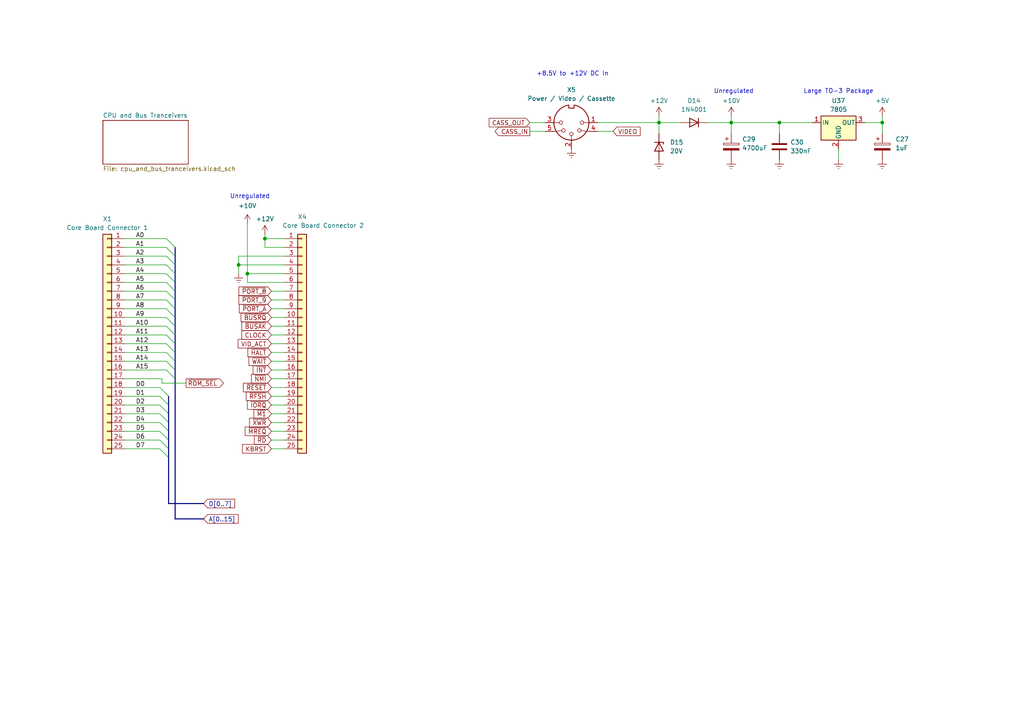
<source format=kicad_sch>
(kicad_sch (version 20230121) (generator eeschema)
  (paper "A4")
  (title_block (title "Microbee Kit") (date "1982") (rev "1"))
  (lib_symbols
    (symbol "Connector:DIN-5_180degree" (pin_names (offset 1.016))
      (property "Reference" "J" (at 3.175 5.715 0))
      (property "Value" "DIN-5_180degree" (at 0 -6.35 0))
      (symbol "DIN-5_180degree_0_1"
        (arc (start -5.08 0) (mid -3.8609 -3.3364) (end -0.762 -5.08) (stroke (width 0.254)))
        (circle (center -3.048 0) (radius 0.508))
        (circle (center -2.286 2.286) (radius 0.508))
        (polyline (pts (xy -5.08 0) (xy -3.556 0)))
        (polyline (pts (xy 0 5.08) (xy 0 3.81)))
        (polyline (pts (xy 5.08 0) (xy 3.556 0)))
        (polyline (pts (xy -5.08 2.54) (xy -4.318 2.54) (xy -2.794 2.286)))
        (polyline (pts (xy 5.08 2.54) (xy 4.318 2.54) (xy 2.794 2.286)))
        (polyline (pts (xy -0.762 -4.953) (xy -0.762 -4.191) (xy 0.762 -4.191) (xy 0.762 -4.953)) (stroke (width 0.254)))
        (circle (center 0 3.302) (radius 0.508))
        (arc (start 0.762 -5.08) (mid 3.8685 -3.343) (end 5.08 0) (stroke (width 0.254)))
        (circle (center 2.286 2.286) (radius 0.508))
        (circle (center 3.048 0) (radius 0.508))
        (arc (start 5.08 0) (mid 0 5.0579) (end -5.08 0) (stroke (width 0.254)))
      )
      (symbol "DIN-5_180degree_1_1"
        (pin passive line (at -7.62 0 0) (length 2.54) (name "~") (number "1"))
        (pin passive line (at 0 7.62 270) (length 2.54) (name "~") (number "2"))
        (pin passive line (at 7.62 0 180) (length 2.54) (name "~") (number "3"))
        (pin passive line (at -7.62 2.54 0) (length 2.54) (name "~") (number "4"))
        (pin passive line (at 7.62 2.54 180) (length 2.54) (name "~") (number "5"))
      )
    )
    (symbol "Connector_Generic:Conn_01x25" (pin_names (offset 1.016) hide)
      (property "Reference" "J" (at 0 33.02 0))
      (property "Value" "Conn_01x25" (at 0 -33.02 0))
      (symbol "Conn_01x25_1_1"
        (rectangle (start -1.27 -30.353) (end 0 -30.607) (stroke (width 0.1524)))
        (rectangle (start -1.27 -27.813) (end 0 -28.067) (stroke (width 0.1524)))
        (rectangle (start -1.27 -25.273) (end 0 -25.527) (stroke (width 0.1524)))
        (rectangle (start -1.27 -22.733) (end 0 -22.987) (stroke (width 0.1524)))
        (rectangle (start -1.27 -20.193) (end 0 -20.447) (stroke (width 0.1524)))
        (rectangle (start -1.27 -17.653) (end 0 -17.907) (stroke (width 0.1524)))
        (rectangle (start -1.27 -15.113) (end 0 -15.367) (stroke (width 0.1524)))
        (rectangle (start -1.27 -12.573) (end 0 -12.827) (stroke (width 0.1524)))
        (rectangle (start -1.27 -10.033) (end 0 -10.287) (stroke (width 0.1524)))
        (rectangle (start -1.27 -7.493) (end 0 -7.747) (stroke (width 0.1524)))
        (rectangle (start -1.27 -4.953) (end 0 -5.207) (stroke (width 0.1524)))
        (rectangle (start -1.27 -2.413) (end 0 -2.667) (stroke (width 0.1524)))
        (rectangle (start -1.27 0.127) (end 0 -0.127) (stroke (width 0.1524)))
        (rectangle (start -1.27 2.667) (end 0 2.413) (stroke (width 0.1524)))
        (rectangle (start -1.27 5.207) (end 0 4.953) (stroke (width 0.1524)))
        (rectangle (start -1.27 7.747) (end 0 7.493) (stroke (width 0.1524)))
        (rectangle (start -1.27 10.287) (end 0 10.033) (stroke (width 0.1524)))
        (rectangle (start -1.27 12.827) (end 0 12.573) (stroke (width 0.1524)))
        (rectangle (start -1.27 15.367) (end 0 15.113) (stroke (width 0.1524)))
        (rectangle (start -1.27 17.907) (end 0 17.653) (stroke (width 0.1524)))
        (rectangle (start -1.27 20.447) (end 0 20.193) (stroke (width 0.1524)))
        (rectangle (start -1.27 22.987) (end 0 22.733) (stroke (width 0.1524)))
        (rectangle (start -1.27 25.527) (end 0 25.273) (stroke (width 0.1524)))
        (rectangle (start -1.27 28.067) (end 0 27.813) (stroke (width 0.1524)))
        (rectangle (start -1.27 30.607) (end 0 30.353) (stroke (width 0.1524)))
        (rectangle (start -1.27 31.75) (end 1.27 -31.75) (stroke (width 0.254)) (fill (type background)))
        (pin passive line (at -5.08 30.48 0) (length 3.81) (name "Pin_1") (number "1"))
        (pin passive line (at -5.08 7.62 0) (length 3.81) (name "Pin_10") (number "10"))
        (pin passive line (at -5.08 5.08 0) (length 3.81) (name "Pin_11") (number "11"))
        (pin passive line (at -5.08 2.54 0) (length 3.81) (name "Pin_12") (number "12"))
        (pin passive line (at -5.08 0 0) (length 3.81) (name "Pin_13") (number "13"))
        (pin passive line (at -5.08 -2.54 0) (length 3.81) (name "Pin_14") (number "14"))
        (pin passive line (at -5.08 -5.08 0) (length 3.81) (name "Pin_15") (number "15"))
        (pin passive line (at -5.08 -7.62 0) (length 3.81) (name "Pin_16") (number "16"))
        (pin passive line (at -5.08 -10.16 0) (length 3.81) (name "Pin_17") (number "17"))
        (pin passive line (at -5.08 -12.7 0) (length 3.81) (name "Pin_18") (number "18"))
        (pin passive line (at -5.08 -15.24 0) (length 3.81) (name "Pin_19") (number "19"))
        (pin passive line (at -5.08 27.94 0) (length 3.81) (name "Pin_2") (number "2"))
        (pin passive line (at -5.08 -17.78 0) (length 3.81) (name "Pin_20") (number "20"))
        (pin passive line (at -5.08 -20.32 0) (length 3.81) (name "Pin_21") (number "21"))
        (pin passive line (at -5.08 -22.86 0) (length 3.81) (name "Pin_22") (number "22"))
        (pin passive line (at -5.08 -25.4 0) (length 3.81) (name "Pin_23") (number "23"))
        (pin passive line (at -5.08 -27.94 0) (length 3.81) (name "Pin_24") (number "24"))
        (pin passive line (at -5.08 -30.48 0) (length 3.81) (name "Pin_25") (number "25"))
        (pin passive line (at -5.08 25.4 0) (length 3.81) (name "Pin_3") (number "3"))
        (pin passive line (at -5.08 22.86 0) (length 3.81) (name "Pin_4") (number "4"))
        (pin passive line (at -5.08 20.32 0) (length 3.81) (name "Pin_5") (number "5"))
        (pin passive line (at -5.08 17.78 0) (length 3.81) (name "Pin_6") (number "6"))
        (pin passive line (at -5.08 15.24 0) (length 3.81) (name "Pin_7") (number "7"))
        (pin passive line (at -5.08 12.7 0) (length 3.81) (name "Pin_8") (number "8"))
        (pin passive line (at -5.08 10.16 0) (length 3.81) (name "Pin_9") (number "9"))
      )
    )
    (symbol "Device:C" (pin_numbers hide) (pin_names (offset 0.254))
      (property "Reference" "C" (at 0.635 2.54 0))
      (property "Value" "C" (at 0.635 -2.54 0))
      (symbol "C_0_1"
        (polyline (pts (xy -2.032 -0.762) (xy 2.032 -0.762)) (stroke (width 0.508)))
        (polyline (pts (xy -2.032 0.762) (xy 2.032 0.762)) (stroke (width 0.508)))
      )
      (symbol "C_1_1"
        (pin passive line (at 0 3.81 270) (length 2.794) (name "~") (number "1"))
        (pin passive line (at 0 -3.81 90) (length 2.794) (name "~") (number "2"))
      )
    )
    (symbol "Device:C_Polarized" (pin_numbers hide) (pin_names (offset 0.254))
      (property "Reference" "C" (at 0.635 2.54 0))
      (property "Value" "C_Polarized" (at 0.635 -2.54 0))
      (symbol "C_Polarized_0_1"
        (rectangle (start -2.286 0.508) (end 2.286 1.016))
        (polyline (pts (xy -1.778 2.286) (xy -0.762 2.286)))
        (polyline (pts (xy -1.27 2.794) (xy -1.27 1.778)))
        (rectangle (start 2.286 -0.508) (end -2.286 -1.016) (fill (type outline)))
      )
      (symbol "C_Polarized_1_1"
        (pin passive line (at 0 3.81 270) (length 2.794) (name "~") (number "1"))
        (pin passive line (at 0 -3.81 90) (length 2.794) (name "~") (number "2"))
      )
    )
    (symbol "Device:D_Zener" (pin_numbers hide) (pin_names (offset 1.016) hide)
      (property "Reference" "D" (at 0 2.54 0))
      (property "Value" "D_Zener" (at 0 -2.54 0))
      (symbol "D_Zener_0_1"
        (polyline (pts (xy 1.27 0) (xy -1.27 0)))
        (polyline (pts (xy -1.27 -1.27) (xy -1.27 1.27) (xy -0.762 1.27)) (stroke (width 0.254)))
        (polyline (pts (xy 1.27 -1.27) (xy 1.27 1.27) (xy -1.27 0) (xy 1.27 -1.27)) (stroke (width 0.254)))
      )
      (symbol "D_Zener_1_1"
        (pin passive line (at -3.81 0 0) (length 2.54) (name "K") (number "1"))
        (pin passive line (at 3.81 0 180) (length 2.54) (name "A") (number "2"))
      )
    )
    (symbol "Diode:1N4001" (pin_numbers hide) (pin_names hide)
      (property "Reference" "D" (at 0 2.54 0))
      (property "Value" "1N4001" (at 0 -2.54 0))
      (symbol "1N4001_0_1"
        (polyline (pts (xy -1.27 1.27) (xy -1.27 -1.27)) (stroke (width 0.254)))
        (polyline (pts (xy 1.27 0) (xy -1.27 0)))
        (polyline (pts (xy 1.27 1.27) (xy 1.27 -1.27) (xy -1.27 0) (xy 1.27 1.27)) (stroke (width 0.254)))
      )
      (symbol "1N4001_1_1"
        (pin passive line (at -3.81 0 0) (length 2.54) (name "K") (number "1"))
        (pin passive line (at 3.81 0 180) (length 2.54) (name "A") (number "2"))
      )
    )
    (symbol "Regulator_Linear:L7805" (pin_names (offset 0.254))
      (property "Reference" "U" (at -3.81 3.175 0))
      (property "Value" "L7805" (at 0 3.175 0))
      (symbol "L7805_0_1"
        (rectangle (start -5.08 1.905) (end 5.08 -5.08) (stroke (width 0.254)) (fill (type background)))
      )
      (symbol "L7805_1_1"
        (pin power_in line (at -7.62 0 0) (length 2.54) (name "IN") (number "1"))
        (pin power_in line (at 0 -7.62 90) (length 2.54) (name "GND") (number "2"))
        (pin power_out line (at 7.62 0 180) (length 2.54) (name "OUT") (number "3"))
      )
    )
    (symbol "power:+10V" (power) (pin_names (offset 0))
      (property "Value" "+10V" (at 0 3.556 0))
      (symbol "+10V_0_1"
        (polyline (pts (xy -0.762 1.27) (xy 0 2.54)))
        (polyline (pts (xy 0 0) (xy 0 2.54)))
        (polyline (pts (xy 0 2.54) (xy 0.762 1.27)))
      )
      (symbol "+10V_1_1"
        (pin power_in line (at 0 0 90) (length 0) hide (name "+10V") (number "1"))
      )
    )
    (symbol "power:+12V" (power) (pin_names (offset 0))
      (property "Value" "+12V" (at 0 3.556 0))
      (symbol "+12V_0_1"
        (polyline (pts (xy -0.762 1.27) (xy 0 2.54)))
        (polyline (pts (xy 0 0) (xy 0 2.54)))
        (polyline (pts (xy 0 2.54) (xy 0.762 1.27)))
      )
      (symbol "+12V_1_1"
        (pin power_in line (at 0 0 90) (length 0) hide (name "+12V") (number "1"))
      )
    )
    (symbol "power:+5V" (power) (pin_names (offset 0))
      (property "Value" "+5V" (at 0 3.556 0))
      (symbol "+5V_0_1"
        (polyline (pts (xy -0.762 1.27) (xy 0 2.54)))
        (polyline (pts (xy 0 0) (xy 0 2.54)))
        (polyline (pts (xy 0 2.54) (xy 0.762 1.27)))
      )
      (symbol "+5V_1_1"
        (pin power_in line (at 0 0 90) (length 0) hide (name "+5V") (number "1"))
      )
    )
    (symbol "power:Earth" (power) (pin_names (offset 0))
      (symbol "Earth_0_1"
        (polyline (pts (xy -0.635 -1.905) (xy 0.635 -1.905)))
        (polyline (pts (xy -0.127 -2.54) (xy 0.127 -2.54)))
        (polyline (pts (xy 0 -1.27) (xy 0 0)))
        (polyline (pts (xy 1.27 -1.27) (xy -1.27 -1.27)))
      )
      (symbol "Earth_1_1"
        (pin power_in line (at 0 0 270) (length 0) hide (name "Earth") (number "1"))
      )
    )
  )
  (junction (at 255.905 35.56))
  (junction (at 71.755 79.375))
  (junction (at 226.06 35.56))
  (junction (at 191.135 35.56))
  (junction (at 69.215 76.835))
  (junction (at 76.835 69.215))
  (junction (at 212.09 35.56))
  (bus_entry (at 48.26 81.915) (size 2.54 2.54))
  (bus_entry (at 48.26 97.155) (size 2.54 2.54))
  (bus_entry (at 48.26 107.315) (size 2.54 2.54))
  (bus_entry (at 48.26 94.615) (size 2.54 2.54))
  (bus_entry (at 48.26 79.375) (size 2.54 2.54))
  (bus_entry (at 48.26 74.295) (size 2.54 2.54))
  (bus_entry (at 46.355 125.095) (size 2.54 2.54))
  (bus_entry (at 48.26 86.995) (size 2.54 2.54))
  (bus_entry (at 48.26 69.215) (size 2.54 2.54))
  (bus_entry (at 48.26 71.755) (size 2.54 2.54))
  (bus_entry (at 46.355 127.635) (size 2.54 2.54))
  (bus_entry (at 46.355 130.175) (size 2.54 2.54))
  (bus_entry (at 48.26 92.075) (size 2.54 2.54))
  (bus_entry (at 48.26 89.535) (size 2.54 2.54))
  (bus_entry (at 48.26 99.695) (size 2.54 2.54))
  (bus_entry (at 46.355 112.395) (size 2.54 2.54))
  (bus_entry (at 48.26 76.835) (size 2.54 2.54))
  (bus_entry (at 46.355 114.935) (size 2.54 2.54))
  (bus_entry (at 46.355 122.555) (size 2.54 2.54))
  (bus_entry (at 48.26 102.235) (size 2.54 2.54))
  (bus_entry (at 46.355 120.015) (size 2.54 2.54))
  (bus_entry (at 48.26 84.455) (size 2.54 2.54))
  (bus_entry (at 48.26 104.775) (size 2.54 2.54))
  (bus_entry (at 46.355 117.475) (size 2.54 2.54))
  (wire (pts (xy 78.74 130.175) (xy 82.55 130.175)))
  (wire (pts (xy 36.195 112.395) (xy 46.355 112.395)))
  (wire (pts (xy 191.135 35.56) (xy 197.485 35.56)))
  (wire (pts (xy 78.74 92.075) (xy 82.55 92.075)))
  (wire (pts (xy 69.215 76.835) (xy 82.55 76.835)))
  (bus (pts (xy 48.895 122.555) (xy 48.895 125.095)))
  (wire (pts (xy 36.195 107.315) (xy 48.26 107.315)))
  (wire (pts (xy 46.99 109.855) (xy 36.195 109.855)))
  (bus (pts (xy 50.8 71.755) (xy 50.8 74.295)))
  (wire (pts (xy 78.74 107.315) (xy 82.55 107.315)))
  (wire (pts (xy 36.195 81.915) (xy 48.26 81.915)))
  (bus (pts (xy 50.8 109.855) (xy 50.8 150.495)))
  (wire (pts (xy 36.195 130.175) (xy 46.355 130.175)))
  (wire (pts (xy 76.835 69.215) (xy 76.835 71.755)))
  (wire (pts (xy 78.74 86.995) (xy 82.55 86.995)))
  (bus (pts (xy 48.895 132.715) (xy 48.895 146.05)))
  (wire (pts (xy 226.06 35.56) (xy 235.585 35.56)))
  (wire (pts (xy 255.905 35.56) (xy 255.905 33.655)))
  (wire (pts (xy 82.55 69.215) (xy 76.835 69.215)))
  (wire (pts (xy 255.905 35.56) (xy 255.905 38.735)))
  (bus (pts (xy 50.8 89.535) (xy 50.8 92.075)))
  (wire (pts (xy 78.74 99.695) (xy 82.55 99.695)))
  (bus (pts (xy 50.8 97.155) (xy 50.8 99.695)))
  (wire (pts (xy 78.74 112.395) (xy 82.55 112.395)))
  (wire (pts (xy 153.67 38.1) (xy 158.115 38.1)))
  (wire (pts (xy 36.195 92.075) (xy 48.26 92.075)))
  (bus (pts (xy 50.8 74.295) (xy 50.8 76.835)))
  (wire (pts (xy 243.205 46.355) (xy 243.205 43.18)))
  (bus (pts (xy 48.895 120.015) (xy 48.895 122.555)))
  (wire (pts (xy 36.195 84.455) (xy 48.26 84.455)))
  (wire (pts (xy 36.195 74.295) (xy 48.26 74.295)))
  (wire (pts (xy 71.755 79.375) (xy 71.755 81.915)))
  (wire (pts (xy 205.105 35.56) (xy 212.09 35.56)))
  (wire (pts (xy 191.135 38.735) (xy 191.135 35.56)))
  (wire (pts (xy 36.195 122.555) (xy 46.355 122.555)))
  (wire (pts (xy 78.74 117.475) (xy 82.55 117.475)))
  (wire (pts (xy 78.74 127.635) (xy 82.55 127.635)))
  (wire (pts (xy 191.135 35.56) (xy 191.135 33.655)))
  (wire (pts (xy 82.55 71.755) (xy 76.835 71.755)))
  (wire (pts (xy 36.195 117.475) (xy 46.355 117.475)))
  (wire (pts (xy 226.06 38.735) (xy 226.06 35.56)))
  (bus (pts (xy 50.8 104.775) (xy 50.8 107.315)))
  (wire (pts (xy 78.74 84.455) (xy 82.55 84.455)))
  (bus (pts (xy 50.8 102.235) (xy 50.8 104.775)))
  (wire (pts (xy 46.99 111.125) (xy 53.975 111.125)))
  (wire (pts (xy 36.195 71.755) (xy 48.26 71.755)))
  (wire (pts (xy 76.835 67.945) (xy 76.835 69.215)))
  (wire (pts (xy 226.06 35.56) (xy 212.09 35.56)))
  (wire (pts (xy 78.74 89.535) (xy 82.55 89.535)))
  (bus (pts (xy 50.8 76.835) (xy 50.8 79.375)))
  (wire (pts (xy 36.195 102.235) (xy 48.26 102.235)))
  (wire (pts (xy 173.355 38.1) (xy 177.8 38.1)))
  (bus (pts (xy 48.895 117.475) (xy 48.895 120.015)))
  (bus (pts (xy 50.8 94.615) (xy 50.8 97.155)))
  (wire (pts (xy 173.355 35.56) (xy 191.135 35.56)))
  (wire (pts (xy 36.195 114.935) (xy 46.355 114.935)))
  (wire (pts (xy 36.195 97.155) (xy 48.26 97.155)))
  (wire (pts (xy 212.09 33.655) (xy 212.09 35.56)))
  (wire (pts (xy 78.74 114.935) (xy 82.55 114.935)))
  (wire (pts (xy 71.755 79.375) (xy 82.55 79.375)))
  (wire (pts (xy 36.195 76.835) (xy 48.26 76.835)))
  (bus (pts (xy 50.8 107.315) (xy 50.8 109.855)))
  (wire (pts (xy 69.215 74.295) (xy 69.215 76.835)))
  (bus (pts (xy 50.8 86.995) (xy 50.8 89.535)))
  (bus (pts (xy 50.8 99.695) (xy 50.8 102.235)))
  (bus (pts (xy 48.895 130.175) (xy 48.895 132.715)))
  (bus (pts (xy 50.8 92.075) (xy 50.8 94.615)))
  (wire (pts (xy 36.195 94.615) (xy 48.26 94.615)))
  (wire (pts (xy 78.74 97.155) (xy 82.55 97.155)))
  (wire (pts (xy 71.755 81.915) (xy 82.55 81.915)))
  (wire (pts (xy 78.74 120.015) (xy 82.55 120.015)))
  (bus (pts (xy 50.8 79.375) (xy 50.8 81.915)))
  (wire (pts (xy 36.195 127.635) (xy 46.355 127.635)))
  (wire (pts (xy 82.55 74.295) (xy 69.215 74.295)))
  (wire (pts (xy 36.195 89.535) (xy 48.26 89.535)))
  (bus (pts (xy 48.895 146.05) (xy 59.055 146.05)))
  (wire (pts (xy 78.74 104.775) (xy 82.55 104.775)))
  (wire (pts (xy 46.99 111.125) (xy 46.99 109.855)))
  (wire (pts (xy 78.74 94.615) (xy 82.55 94.615)))
  (wire (pts (xy 250.825 35.56) (xy 255.905 35.56)))
  (bus (pts (xy 48.895 127.635) (xy 48.895 130.175)))
  (bus (pts (xy 50.8 84.455) (xy 50.8 86.995)))
  (wire (pts (xy 36.195 69.215) (xy 48.26 69.215)))
  (bus (pts (xy 48.895 114.935) (xy 48.895 117.475)))
  (wire (pts (xy 36.195 120.015) (xy 46.355 120.015)))
  (wire (pts (xy 36.195 79.375) (xy 48.26 79.375)))
  (bus (pts (xy 48.895 125.095) (xy 48.895 127.635)))
  (wire (pts (xy 36.195 99.695) (xy 48.26 99.695)))
  (bus (pts (xy 50.8 81.915) (xy 50.8 84.455)))
  (wire (pts (xy 36.195 86.995) (xy 48.26 86.995)))
  (wire (pts (xy 36.195 104.775) (xy 48.26 104.775)))
  (wire (pts (xy 78.74 102.235) (xy 82.55 102.235)))
  (wire (pts (xy 153.67 35.56) (xy 158.115 35.56)))
  (wire (pts (xy 78.74 109.855) (xy 82.55 109.855)))
  (wire (pts (xy 69.215 76.835) (xy 69.215 79.375)))
  (wire (pts (xy 78.74 125.095) (xy 82.55 125.095)))
  (wire (pts (xy 71.755 64.77) (xy 71.755 79.375)))
  (bus (pts (xy 50.8 150.495) (xy 59.055 150.495)))
  (wire (pts (xy 212.09 35.56) (xy 212.09 38.735)))
  (wire (pts (xy 36.195 125.095) (xy 46.355 125.095)))
  (wire (pts (xy 78.74 122.555) (xy 82.55 122.555)))
  (text "Large TO-3 Package" (at 233.045 27.305 0) (effects (font (size 1.27 1.27)) (justify left bottom)))
  (text "Unregulated" (at 207.01 27.305 0) (effects (font (size 1.27 1.27)) (justify left bottom)))
  (text "+8.5V to +12V DC In" (at 155.575 22.225 0) (effects (font (size 1.27 1.27)) (justify left bottom)))
  (text "Unregulated" (at 66.675 57.785 0) (effects (font (size 1.27 1.27)) (justify left bottom)))
  (label "A14" (at 39.37 104.775 0))
  (label "A5" (at 39.37 81.915 0))
  (label "A2" (at 39.37 74.295 0))
  (label "A7" (at 39.37 86.995 0))
  (label "D7" (at 39.37 130.175 0))
  (label "A6" (at 39.37 84.455 0))
  (label "A12" (at 39.37 99.695 0))
  (label "A13" (at 39.37 102.235 0))
  (label "D2" (at 39.37 117.475 0))
  (label "D4" (at 39.37 122.555 0))
  (label "A8" (at 39.37 89.535 0))
  (label "D0" (at 39.37 112.395 0))
  (label "A1" (at 39.37 71.755 0))
  (label "A11" (at 39.37 97.155 0))
  (label "D3" (at 39.37 120.015 0))
  (label "A4" (at 39.37 79.375 0))
  (label "D5" (at 39.37 125.095 0))
  (label "A10" (at 39.37 94.615 0))
  (label "A3" (at 39.37 76.835 0))
  (label "A15" (at 39.37 107.315 0))
  (label "D1" (at 39.37 114.935 0))
  (label "A9" (at 39.37 92.075 0))
  (label "A0" (at 39.37 69.215 0))
  (label "D6" (at 39.37 127.635 0))
  (global_label "~{XWR}" (shape input) (at 78.74 122.555 180) (property "Intersheetrefs" "${INTERSHEET_REFS}" (effects hide)))
  (global_label "CASS_IN" (shape output) (at 153.67 38.1 180) (property "Intersheetrefs" "${INTERSHEET_REFS}" (effects hide)))
  (global_label "~{NMI}" (shape input) (at 78.74 109.855 180) (property "Intersheetrefs" "${INTERSHEET_REFS}" (effects hide)))
  (global_label "~{PORT_A}" (shape input) (at 78.74 89.535 180) (property "Intersheetrefs" "${INTERSHEET_REFS}" (effects hide)))
  (global_label "~{PORT_8}" (shape input) (at 78.74 84.455 180) (property "Intersheetrefs" "${INTERSHEET_REFS}" (effects hide)))
  (global_label "CLOCK" (shape input) (at 78.74 97.155 180) (property "Intersheetrefs" "${INTERSHEET_REFS}" (effects hide)))
  (global_label "~{INT}" (shape input) (at 78.74 107.315 180) (property "Intersheetrefs" "${INTERSHEET_REFS}" (effects hide)))
  (global_label "~{ROM_SEL}" (shape output) (at 53.975 111.125 0) (property "Intersheetrefs" "${INTERSHEET_REFS}" (effects hide)))
  (global_label "D[0..7]" (shape input) (at 59.055 146.05 0) (property "Intersheetrefs" "${INTERSHEET_REFS}" (effects hide)))
  (global_label "~{RESET}" (shape input) (at 78.74 112.395 180) (property "Intersheetrefs" "${INTERSHEET_REFS}" (effects hide)))
  (global_label "KBRST" (shape input) (at 78.74 130.175 180) (property "Intersheetrefs" "${INTERSHEET_REFS}" (effects hide)))
  (global_label "~{RD}" (shape input) (at 78.74 127.635 180) (property "Intersheetrefs" "${INTERSHEET_REFS}" (effects hide)))
  (global_label "~{IORQ}" (shape input) (at 78.74 117.475 180) (property "Intersheetrefs" "${INTERSHEET_REFS}" (effects hide)))
  (global_label "~{PORT_9}" (shape input) (at 78.74 86.995 180) (property "Intersheetrefs" "${INTERSHEET_REFS}" (effects hide)))
  (global_label "VID_ACT" (shape input) (at 78.74 99.695 180) (property "Intersheetrefs" "${INTERSHEET_REFS}" (effects hide)))
  (global_label "VIDEO" (shape input) (at 177.8 38.1 0) (property "Intersheetrefs" "${INTERSHEET_REFS}" (effects hide)))
  (global_label "~{M1}" (shape input) (at 78.74 120.015 180) (property "Intersheetrefs" "${INTERSHEET_REFS}" (effects hide)))
  (global_label "~{RFSH}" (shape input) (at 78.74 114.935 180) (property "Intersheetrefs" "${INTERSHEET_REFS}" (effects hide)))
  (global_label "~{MREQ}" (shape input) (at 78.74 125.095 180) (property "Intersheetrefs" "${INTERSHEET_REFS}" (effects hide)))
  (global_label "A[0..15]" (shape input) (at 59.055 150.495 0) (property "Intersheetrefs" "${INTERSHEET_REFS}" (effects hide)))
  (global_label "~{BUSAK}" (shape input) (at 78.74 94.615 180) (property "Intersheetrefs" "${INTERSHEET_REFS}" (effects hide)))
  (global_label "~{BUSRQ}" (shape input) (at 78.74 92.075 180) (property "Intersheetrefs" "${INTERSHEET_REFS}" (effects hide)))
  (global_label "CASS_OUT" (shape input) (at 153.67 35.56 180) (property "Intersheetrefs" "${INTERSHEET_REFS}" (effects hide)))
  (global_label "~{WAIT}" (shape input) (at 78.74 104.775 180) (property "Intersheetrefs" "${INTERSHEET_REFS}" (effects hide)))
  (global_label "~{HALT}" (shape input) (at 78.74 102.235 180) (property "Intersheetrefs" "${INTERSHEET_REFS}" (effects hide)))
  (symbol (lib_id "power:Earth") (at 212.09 46.355 0) (unit 1)
    (property "Reference" "#PWR042" (effects hide))
    (property "Value" "Earth" (effects hide))
  )
  (symbol (lib_id "power:+10V") (at 71.755 64.77 0) (unit 1)
    (property "Reference" "#PWR02" (effects hide))
    (property "Value" "+10V" (at 71.755 59.69 0))
  )
  (symbol (lib_id "Device:C") (at 226.06 42.545 0) (unit 1)
    (property "Reference" "C30" (at 229.235 41.275 0) (effects (justify left)))
    (property "Value" "330nF" (at 229.235 43.815 0) (effects (justify left)))
  )
  (symbol (lib_id "power:Earth") (at 226.06 46.355 0) (unit 1)
    (property "Reference" "#PWR043" (effects hide))
    (property "Value" "Earth" (effects hide))
  )
  (symbol (lib_id "power:Earth") (at 255.905 46.355 0) (unit 1)
    (property "Reference" "#PWR045" (effects hide))
    (property "Value" "Earth" (effects hide))
  )
  (symbol (lib_id "power:+5V") (at 255.905 33.655 0) (unit 1)
    (property "Reference" "#PWR046" (effects hide))
    (property "Value" "+5V" (at 255.905 29.21 0))
  )
  (symbol (lib_id "power:Earth") (at 191.135 46.355 0) (unit 1)
    (property "Reference" "#PWR040" (effects hide))
    (property "Value" "Earth" (effects hide))
  )
  (symbol (lib_id "Device:C_Polarized") (at 255.905 42.545 0) (unit 1)
    (property "Reference" "C27" (at 259.715 40.386 0) (effects (justify left)))
    (property "Value" "1uF" (at 259.715 42.926 0) (effects (justify left)))
  )
  (symbol (lib_id "power:+12V") (at 76.835 67.945 0) (unit 1)
    (property "Reference" "#PWR03" (effects hide))
    (property "Value" "+12V" (at 76.835 63.5 0))
  )
  (symbol (lib_id "power:Earth") (at 69.215 79.375 0) (unit 1)
    (property "Reference" "#PWR01" (effects hide))
    (property "Value" "Earth" (effects hide))
  )
  (symbol (lib_id "Device:D_Zener") (at 191.135 42.545 270) (unit 1)
    (property "Reference" "D15" (at 194.31 41.275 90) (effects (justify left)))
    (property "Value" "20V" (at 194.31 43.815 90) (effects (justify left)))
  )
  (symbol (lib_id "Connector_Generic:Conn_01x25") (at 31.115 99.695 0) (mirror y) (unit 1)
    (property "Reference" "X1" (at 31.115 63.5 0))
    (property "Value" "Core Board Connector 1" (at 31.115 66.04 0))
    (property "Footprint" "Connector_PinHeader_2.54mm:PinHeader_1x25_P2.54mm_Vertical" (effects hide))
  )
  (symbol (lib_id "Device:C_Polarized") (at 212.09 42.545 0) (unit 1)
    (property "Reference" "C29" (at 215.265 40.386 0) (effects (justify left)))
    (property "Value" "4700uF" (at 215.265 42.926 0) (effects (justify left)))
  )
  (symbol (lib_id "power:+10V") (at 212.09 33.655 0) (unit 1)
    (property "Reference" "#PWR041" (effects hide))
    (property "Value" "+10V" (at 212.09 29.21 0))
  )
  (symbol (lib_id "Connector_Generic:Conn_01x25") (at 87.63 99.695 0) (unit 1)
    (property "Reference" "X4" (at 86.36 62.865 0) (effects (justify left)))
    (property "Value" "Core Board Connector 2" (at 81.915 65.405 0) (effects (justify left)))
    (property "Footprint" "Connector_PinHeader_2.54mm:PinHeader_1x25_P2.54mm_Vertical" (effects hide))
  )
  (symbol (lib_id "Connector:DIN-5_180degree") (at 165.735 35.56 180) (unit 1)
    (property "Reference" "X5" (at 165.7349 26.035 0))
    (property "Value" "Power / Video / Cassette" (at 165.7349 28.575 0))
    (property "Datasheet" "http://www.mouser.com/ds/2/18/40_c091_abd_e-75918.pdf" (effects hide))
  )
  (symbol (lib_id "power:Earth") (at 243.205 46.355 0) (unit 1)
    (property "Reference" "#PWR044" (effects hide))
    (property "Value" "Earth" (effects hide))
  )
  (symbol (lib_id "power:+12V") (at 191.135 33.655 0) (unit 1)
    (property "Reference" "#PWR039" (effects hide))
    (property "Value" "+12V" (at 191.135 29.21 0))
  )
  (symbol (lib_id "Diode:1N4001") (at 201.295 35.56 180) (unit 1)
    (property "Reference" "D14" (at 201.295 29.21 0))
    (property "Value" "1N4001" (at 201.295 31.75 0))
    (property "Footprint" "Diode_THT:D_DO-41_SOD81_P10.16mm_Horizontal" (effects hide))
    (property "Datasheet" "http://www.vishay.com/docs/88503/1n4001.pdf" (effects hide))
    (property "Sim.Device" "D" (effects hide))
    (property "Sim.Pins" "1=K 2=A" (effects hide))
  )
  (symbol (lib_id "power:Earth") (at 165.735 43.18 0) (unit 1)
    (property "Reference" "#PWR038" (effects hide))
    (property "Value" "Earth" (effects hide))
  )
  (symbol (lib_id "Regulator_Linear:L7805") (at 243.205 35.56 0) (unit 1)
    (property "Reference" "U37" (at 243.205 29.21 0))
    (property "Value" "7805" (at 243.205 31.75 0))
    (property "Footprint" "Package_TO_SOT_THT:TO-3" (effects hide))
    (property "Datasheet" "http://www.st.com/content/ccc/resource/technical/document/datasheet/41/4f/b3/b0/12/d4/47/88/CD00000444.pdf/files/CD00000444.pdf/jcr:content/translations/en.CD00000444.pdf" (effects hide))
  )
  (sheet (at 29.845 34.925) (size 24.765 12.7) (stroke (width 0.1524))
    (property "Sheetname" "CPU and Bus Tranceivers" (at 29.845 34.2134 0) (effects (justify left bottom)))
    (property "Sheetfile" "cpu_and_bus_tranceivers.kicad_sch" (at 29.845 48.2096 0) (effects (justify left top)))
  )
)
</source>
